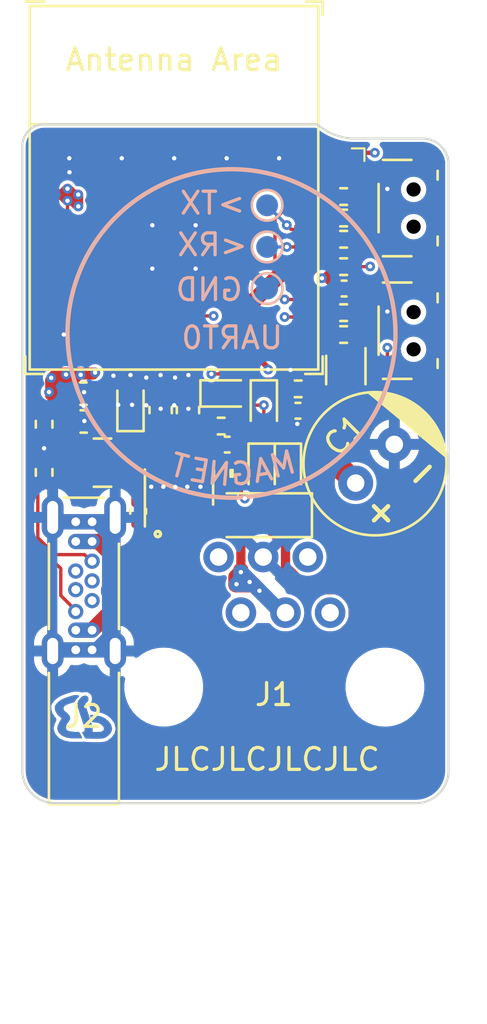
<source format=kicad_pcb>
(kicad_pcb (version 20221018) (generator pcbnew)
  (title_block (title "µHAN mosquito") (date "2023-03-17") (rev "1"))
  (layers (0 "F.Cu" signal) (1 "In1.Cu" signal) (2 "In2.Cu" signal) (31 "B.Cu" signal) (34 "B.Paste" user) (35 "F.Paste" user) (36 "B.SilkS" user "B.Silkscreen") (37 "F.SilkS" user "F.Silkscreen") (38 "B.Mask" user) (39 "F.Mask" user) (44 "Edge.Cuts" user))
  (net 0 "")
  (net 1 "Net-(D2-K)")
  (net 2 "/V_FB")
  (net 3 "GND")
  (net 4 "Net-(U2-BOOST)")
  (net 5 "+3V3")
  (net 6 "/MBUS+")
  (net 7 "Net-(D4-K)")
  (net 8 "Net-(U2-EN)")
  (net 9 "/HAN_SIGNAL")
  (net 10 "/USB_VBUS")
  (net 11 "/USB_P")
  (net 12 "/USB_N")
  (net 13 "/LED_R")
  (net 14 "/LED_G")
  (net 15 "/LED_B")
  (net 16 "/SW_RESET")
  (net 17 "/SW_BOOT")
  (net 18 "Net-(D5-K)")
  (net 19 "Net-(D3-A)")
  (net 24 "Net-(D6-K)")
  (net 25 "Net-(D7-RK)")
  (net 26 "Net-(D7-GK)")
  (net 27 "Net-(D7-BK)")
  (net 28 "Net-(J2-CC1)")
  (net 29 "Net-(J2-CC2)")
  (net 30 "Net-(Q1-B)")
  (net 31 "Net-(Q1-C)")
  (net 32 "Net-(U1-GPIO20{slash}U0RXD)")
  (net 33 "Net-(U1-GPIO21{slash}U0TXD)")
  (footprint "Diode_SMD:D_SOD-523" (layer "F.Cu") (at 79.95 46.76 90)
    (fp_text reference "D4" hide)
    (fp_text value " MSK4005")
  )
  (footprint "mosquito:CKST252012" (layer "F.Cu") (at 78.67 49.35 180)
    (fp_text reference "L1" hide)
    (fp_text value "6.8uH")
  )
  (footprint "Resistor_SMD:R_0402_1005Metric" (layer "F.Cu") (at 84.15 49.84 90)
    (fp_text reference "R2" hide)
    (fp_text value "24k")
  )
  (footprint "Package_TO_SOT_SMD:SOT-23-6" (layer "F.Cu") (at 82.17 50.4625 90)
    (fp_text reference "U2" hide)
    (fp_text value "TP6841S6")
  )
  (footprint "Capacitor_THT:C_Radial_D6.3mm_H7.0mm_P2.50mm" (layer "F.Cu") (at 90.25 50.283883 45)
    (fp_text reference "C1")
    (fp_text value "150u")
  )
  (footprint "Diode_SMD:D_SOD-523" (layer "F.Cu") (at 87.15 49.63 -90)
    (fp_text reference "D3" hide)
    (fp_text value " MSK4005")
  )
  (footprint "Resistor_SMD:R_0402_1005Metric" (layer "F.Cu") (at 89.7 40.4 180)
    (fp_text reference "R12" hide)
    (fp_text value "200k")
  )
  (footprint "Capacitor_SMD:C_0402_1005Metric" (layer "F.Cu") (at 80.3 51.57 90)
    (fp_text reference "C6" hide)
    (fp_text value "100n")
  )
  (footprint "mosquito:TYPE-C-31-M-19" (layer "F.Cu") (at 77.82 64.95 90)
    (fp_text reference "J2")
    (fp_text value "USB_C_Receptacle_USB2.0")
  )
  (footprint "Diode_SMD:D_SOD-123" (layer "F.Cu") (at 86 51.75 180)
    (fp_text reference "D1" hide)
    (fp_text value " AL5809-40S1-7")
  )
  (footprint "Diode_SMD:D_SOD-523" (layer "F.Cu") (at 85.95 49.63 -90)
    (fp_text reference "D2" hide)
    (fp_text value " MSK4005")
  )
  (footprint "Capacitor_SMD:C_0402_1005Metric" (layer "F.Cu") (at 87.61 46.98)
    (fp_text reference "C8" hide)
    (fp_text value "2.2u")
  )
  (footprint "Capacitor_SMD:C_0603_1608Metric" (layer "F.Cu") (at 82.58 46.95 -90)
    (fp_text reference "C3" hide)
    (fp_text value "10u")
  )
  (footprint "Resistor_SMD:R_0402_1005Metric" (layer "F.Cu") (at 89.7 43.5 180)
    (fp_text reference "R8" hide)
    (fp_text value "1M")
  )
  (footprint "Resistor_SMD:R_0402_1005Metric" (layer "F.Cu") (at 87.62 45.98)
    (fp_text reference "R7" hide)
    (fp_text value "1M")
  )
  (footprint "Resistor_SMD:R_0402_1005Metric" (layer "F.Cu") (at 76 47.595 -90)
    (fp_text reference "R10" hide)
    (fp_text value "5.1k")
  )
  (footprint "Diode_SMD:D_SOD-523" (layer "F.Cu") (at 84.3 46.19)
    (fp_text reference "D6" hide)
    (fp_text value "6V8")
  )
  (footprint "Capacitor_SMD:C_0603_1608Metric" (layer "F.Cu") (at 81.33 46.95 -90)
    (fp_text reference "C2" hide)
    (fp_text value "10u")
  )
  (footprint "Diode_SMD:D_SOD-523" (layer "F.Cu") (at 86.05 46.74 -90)
    (fp_text reference "D5" hide)
    (fp_text value " MSK4005")
  )
  (footprint "mosquito:GT-TC018A" (layer "F.Cu") (at 92.9 43.325 -90)
    (fp_text reference "SW2" hide)
    (fp_text value "SW_Push")
  )
  (footprint "Resistor_SMD:R_0402_1005Metric" (layer "F.Cu") (at 89.7 38.18)
    (fp_text reference "R4" hide)
    (fp_text value "330R")
  )
  (footprint "Resistor_SMD:R_0402_1005Metric" (layer "F.Cu") (at 84.1 47.68 180)
    (fp_text reference "R3" hide)
    (fp_text value "1M")
  )
  (footprint "mosquito:GT-TC018A" (layer "F.Cu") (at 92.9 37.725 -90)
    (fp_text reference "SW1" hide)
    (fp_text value "SW_Push")
  )
  (footprint "Resistor_SMD:R_0402_1005Metric" (layer "F.Cu") (at 89.7 42.5)
    (fp_text reference "R9" hide)
    (fp_text value "200k")
  )
  (footprint "Capacitor_SMD:C_0402_1005Metric" (layer "F.Cu") (at 84.375 48.525 180)
    (fp_text reference "C7" hide)
    (fp_text value "100n")
  )
  (footprint "Resistor_SMD:R_0402_1005Metric" (layer "F.Cu") (at 85 49.84 90)
    (fp_text reference "R1" hide)
    (fp_text value "75k")
  )
  (footprint "mosquito:EVERCOM-5303-6P6C" (layer "F.Cu") (at 86.53 58.95)
    (fp_text reference "J1")
    (fp_text value "RJ12")
  )
  (footprint "Capacitor_SMD:C_0402_1005Metric" (layer "F.Cu") (at 89.72 41.4 180)
    (fp_text reference "C9" hide)
    (fp_text value "100n")
  )
  (footprint "Package_TO_SOT_SMD:SOT-523" (layer "F.Cu") (at 89.8 45.12 -90)
    (fp_text reference "Q1" hide)
    (fp_text value "MMBT3906T")
  )
  (footprint "Resistor_SMD:R_0402_1005Metric" (layer "F.Cu") (at 89.7 37.2)
    (fp_text reference "R6" hide)
    (fp_text value "1k")
  )
  (footprint "Resistor_SMD:R_0402_1005Metric" (layer "F.Cu") (at 89.7 39.15)
    (fp_text reference "R5" hide)
    (fp_text value "2.2k")
  )
  (footprint "Capacitor_SMD:C_0603_1608Metric" (layer "F.Cu") (at 77.8 46.2 180)
    (fp_text reference "C5" hide)
    (fp_text value "22u")
  )
  (footprint "Espressif:ESP32-C3-MINI-1" (layer "F.Cu") (at 81.9404 36.8)
    (fp_text reference "U1" hide)
    (fp_text value "ESP32-C3-MINI-1")
  )
  (footprint "mosquito:LED_0404" (layer "F.Cu") (at 89.825 35.825 -90)
    (fp_text reference "D7" hide)
    (fp_text value "FC-B1010RGBT-HG")
  )
  (footprint "Resistor_SMD:R_0402_1005Metric" (layer "F.Cu") (at 76 49.795 90)
    (fp_text reference "R11" hide)
    (fp_text value "5.1k")
  )
  (footprint "Capacitor_SMD:C_0603_1608Metric" (layer "F.Cu") (at 77.81 47.47 180)
    (fp_text reference "C4" hide)
    (fp_text value "22u")
  )
  (footprint "TestPoint:TestPoint_Pad_D1.0mm" (layer "B.Cu") (at 86.2 37.6 90)
    (fp_text reference "TP2" hide)
    (fp_text value "TX")
  )
  (footprint "TestPoint:TestPoint_Pad_D1.0mm" (layer "B.Cu") (at 86.2 39.5 90)
    (fp_text reference "TP1" hide)
    (fp_text value "RX")
  )
  (footprint "TestPoint:TestPoint_Pad_D1.0mm" (layer "B.Cu") (at 86.2 41.4 90)
    (fp_text reference "TP3" hide)
    (fp_text value "GND")
  )
  (gr_poly (pts (xy 78.15052 60.917323) (xy 78.22052 60.917323) (xy 78.36052 60.937323) (xy 78.57052 60.977323) (xy 78.75052 61.057323) (xy 78.91052 61.187323) (xy 79.02052 61.337323) (xy 79.06052 61.497323) (xy 79.03052 61.627323) (xy 78.93052 61.757323) (xy 78.78052 61.867323) (xy 78.68052 61.897323) (xy 78.54052 61.907323) (xy 78.22052 61.907323) (xy 77.91052 61.897323) (xy 77.79052 61.687323) (xy 77.85052 61.667323) (xy 77.90052 61.607323) (xy 77.90052 61.487323) (xy 77.84052 61.277323) (xy 77.79052 61.127323) (xy 77.73052 60.947323) (xy 77.68052 60.807323) (xy 77.62052 60.607323) (xy 77.58052 60.467323) (xy 77.57052 60.347323) (xy 77.60052 60.247323) (xy 77.68052 60.147323) (xy 77.76052 60.067323) (xy 77.84052 60.037323) (xy 77.92052 60.037323) (xy 77.97052 60.077323) (xy 77.98052 60.147323) (xy 77.97052 60.207323) (xy 77.95052 60.237323) (xy 77.92052 60.267323) (xy 77.88052 60.287323) (xy 77.85052 60.317323) (xy 77.84052 60.377323) (xy 77.87052 60.517323) (xy 77.98052 60.857323) (xy 78.05052 61.067323) (xy 78.11052 61.247323) (xy 78.16052 61.417323) (xy 78.17052 61.537323) (xy 78.17052 61.697323) (xy 78.42052 61.697323) (xy 78.61052 61.687323) (xy 78.73052 61.627323) (xy 78.77052 61.567323) (xy 78.78052 61.507323) (xy 78.78052 61.447323) (xy 78.74052 61.367323) (xy 78.68052 61.307323) (xy 78.62052 61.257323) (xy 78.53052 61.207323) (xy 78.49052 61.187323) (xy 78.35052 61.167323) (xy 78.23052 61.157323)) (stroke (width 0.1001)) (fill solid) (layer "B.Cu"))
  (gr_poly (pts (xy 77.68552 61.893923) (xy 77.57552 61.693923) (xy 77.40552 61.693923) (xy 77.15552 61.663923) (xy 77.06552 61.633923) (xy 76.98552 61.573923) (xy 76.94552 61.453923) (xy 76.96552 61.343923) (xy 77.02552 61.223923) (xy 77.07552 61.163923) (xy 77.14552 61.053923) (xy 77.12552 60.933923) (xy 77.02552 60.813923) (xy 76.93552 60.753923) (xy 76.86552 60.683923) (xy 76.83552 60.573923) (xy 76.86552 60.463923) (xy 76.90552 60.423923) (xy 76.96552 60.383923) (xy 77.10552 60.323923) (xy 77.25552 60.273923) (xy 77.35552 60.253923) (xy 77.396418 60.173923) (xy 77.46552 60.093923) (xy 77.54552 60.013923) (xy 77.49552 60.013923) (xy 77.39552 60.013923) (xy 77.33552 60.023923) (xy 77.16552 60.073923) (xy 76.93552 60.153923) (xy 76.74552 60.253923) (xy 76.61552 60.363923) (xy 76.53552 60.483923) (xy 76.53552 60.583923) (xy 76.56552 60.693923) (xy 76.64552 60.823923) (xy 76.73552 60.913923) (xy 76.78552 60.953923) (xy 76.84552 60.993923) (xy 76.85552 61.023923) (xy 76.73552 61.233923) (xy 76.67552 61.363923) (xy 76.64552 61.483923) (xy 76.68552 61.613923) (xy 76.73552 61.683923) (xy 76.83552 61.773923) (xy 77.01552 61.853923) (xy 77.24552 61.893923)) (stroke (width 0.1001)) (fill solid) (layer "B.Cu"))
  (gr_circle (center 84.57 43.45) (end 92.07 43.45) (stroke (width 0.2)) (fill none) (layer "B.SilkS"))
  (gr_line (start 91.95 46.27) (end 94.0875 48.0325) (stroke (width 0.15)) (layer "F.SilkS"))
  (gr_line (start 92.6 46.52) (end 93.8125 47.5575) (stroke (width 0.15)) (layer "F.SilkS"))
  (gr_line (start 91.3 46.195) (end 94.3125 48.6825) (stroke (width 0.15)) (layer "F.SilkS"))
  (gr_line (start 91.1 46.17) (end 94.3125 48.8325) (stroke (width 0.15)) (layer "F.SilkS"))
  (gr_line (start 90.8875 46.1575) (end 94.3625 49.0325) (stroke (width 0.15)) (layer "F.SilkS"))
  (gr_line (start 91.725 46.245) (end 94.1625 48.2575) (stroke (width 0.15)) (layer "F.SilkS"))
  (gr_line (start 91.5 46.195) (end 94.2625 48.4825) (stroke (width 0.15)) (layer "F.SilkS"))
  (gr_line (start 92.25 46.37) (end 93.9625 47.8075) (stroke (width 0.15)) (layer "F.SilkS"))
  (gr_circle (center 81.2 52.61) (end 81.24 52.64) (stroke (width 0.15)) (fill none) (layer "F.SilkS"))
  (gr_arc (start 90.2 34.55) (mid 89.29152 34.377948) (end 88.5 33.9) (stroke (width 0.1)) (layer "Edge.Cuts"))
  (gr_line (start 94.5 35.6) (end 94.5 63.4) (stroke (width 0.1)) (layer "Edge.Cuts"))
  (gr_arc (start 94.5 63.4) (mid 94.06066 64.46066) (end 93 64.9) (stroke (width 0.1)) (layer "Edge.Cuts"))
  (gr_arc (start 75 34.9) (mid 75.292893 34.192893) (end 76 33.9) (stroke (width 0.1)) (layer "Edge.Cuts"))
  (gr_arc (start 93.35 34.55) (mid 94.119379 34.862109) (end 94.5 35.6) (stroke (width 0.1)) (layer "Edge.Cuts"))
  (gr_line (start 93.35 34.55) (end 90.2 34.55) (stroke (width 0.1)) (layer "Edge.Cuts"))
  (gr_line (start 93 64.9) (end 76.5 64.9) (stroke (width 0.1)) (layer "Edge.Cuts"))
  (gr_line (start 75 34.9) (end 75 63.4) (stroke (width 0.1)) (layer "Edge.Cuts"))
  (gr_arc (start 76.5 64.9) (mid 75.43934 64.46066) (end 75 63.4) (stroke (width 0.1)) (layer "Edge.Cuts"))
  (gr_line (start 76 33.9) (end 88.5 33.9) (stroke (width 0.1)) (layer "Edge.Cuts"))
  (gr_text "G" (at 85.06 49.85 5) (layer "B.SilkS") (effects (font (size 1 1)) (justify mirror)))
  (gr_text ">TX" (at 83.7 37.5) (layer "B.SilkS") (effects (font (size 1 1)) (justify mirror)))
  (gr_text "A" (at 86 49.7 10) (layer "B.SilkS") (effects (font (size 1 1)) (justify mirror)))
  (gr_text "N" (at 84.01 49.86 -5) (layer "B.SilkS") (effects (font (size 1 1)) (justify mirror)))
  (gr_text "E" (at 83.11 49.73 -10) (layer "B.SilkS") (effects (font (size 1 1)) (justify mirror)))
  (gr_text "UART0" (at 84.6 43.65) (layer "B.SilkS") (effects (font (size 1 1)) (justify mirror)))
  (gr_text "M" (at 86.91 49.43 15) (layer "B.SilkS") (effects (font (size 1 1)) (justify mirror)))
  (gr_text "<RX" (at 83.7 39.4) (layer "B.SilkS") (effects (font (size 1 1)) (justify mirror)))
  (gr_text "GND" (at 83.55 41.45) (layer "B.SilkS") (effects (font (size 1 1)) (justify mirror)))
  (gr_text "T" (at 82.19 49.51 -15) (layer "B.SilkS") (effects (font (size 1 1)) (justify mirror)))
  (gr_text "+" (at 91.35 51.6 45) (layer "F.SilkS") (effects (font (size 1.2 1.2) (thickness 0.2))))
  (gr_text "-" (at 93.25 49.8 45) (layer "F.SilkS") (effects (font (size 1.2 1.2) (thickness 0.2))))
  (gr_text "JLCJLCJLCJLC" (at 86.2 62.9) (layer "F.SilkS") (effects (font (size 1 1))))
  (segment (start 85.341 47.964195) (end 85.341 47.9) (width 0.5588) (layer "F.Cu") (net 1))
  (segment (start 82.17 49.325) (end 82.17 48.12) (width 0.6) (layer "F.Cu") (net 1))
  (segment (start 85.3156 47.8746) (end 85.3156 47.2744) (width 0.508) (layer "F.Cu") (net 1))
  (segment (start 85.95 48.93) (end 87.15 48.93) (width 0.5588) (layer "F.Cu") (net 1))
  (segment (start 84.0916 46.9584) (end 84.1084 46.9584) (width 0.6) (layer "F.Cu") (net 1))
  (segment (start 86.0552 48.1076) (end 86.402405 48.454805) (width 0.508) (layer "F.Cu") (net 1))
  (segment (start 82.17 47.94) (end 82.17 47.79) (width 0.6) (layer "F.Cu") (net 1))
  (segment (start 85.95 48.93) (end 85.95 48.573195) (width 0.5588) (layer "F.Cu") (net 1))
  (segment (start 85.5486 48.1076) (end 85.341 47.9) (width 0.508) (layer "F.Cu") (net 1))
  (segment (start 81.33 47.84) (end 81.33 47.725) (width 0.6) (layer "F.Cu") (net 1))
  (segment (start 82.235 47.725) (end 82.58 47.725) (width 0.6) (layer "F.Cu") (net 1))
  (segment (start 82.17 49.325) (end 82.17 48.68) (width 0.6) (layer "F.Cu") (net 1))
  (segment (start 84.9996 46.9584) (end 85.047267 46.9584) (width 0.6) (layer "F.Cu") (net 1))
  (segment (start 85.2816 47.272733) (end 85.2816 47.875662) (width 0.6) (layer "F.Cu") (net 1))
  (segment (start 82.17 47.79) (end 82.235 47.725) (width 0.6) (layer "F.Cu") (net 1))
  (segment (start 85.341 47.9) (end 85.3444 47.9) (width 0.508) (layer "F.Cu") (net 1))
  (segment (start 83.3418 47.725) (end 84.1084 46.9584) (width 0.6) (layer "F.Cu") (net 1))
  (segment (start 82.58 47.725) (end 83.625 47.725) (width 0.4572) (layer "F.Cu") (net 1))
  (segment (start 84.967267 46.9584) (end 85.2816 47.272733) (width 0.6) (layer "F.Cu") (net 1))
  (segment (start 85.95 48.573195) (end 86.793195 48.573195) (width 0.5588) (layer "F.Cu") (net 1))
  (segment (start 82.17 48.68) (end 83.125 47.725) (width 0.6) (layer "F.Cu") (net 1))
  (segment (start 82.17 48.68) (end 81.33 47.84) (width 0.6) (layer "F.Cu") (net 1))
  (segment (start 82.831 47.725) (end 82.58 47.725) (width 0.6) (layer "F.Cu") (net 1))
  (segment (start 85.047267 46.9584) (end 85.2984 47.209533) (width 0.6) (layer "F.Cu") (net 1))
  (segment (start 85.4526 48.1076) (end 86.0552 48.1076) (width 0.508) (layer "F.Cu") (net 1))
  (segment (start 85.341 47.2998) (end 85.341 47.9) (width 0.508) (layer "F.Cu") (net 1))
  (segment (start 85.95 48.573195) (end 85.341 47.964195) (width 0.5588) (layer "F.Cu") (net 1))
  (segment (start 85.3444 47.9994) (end 85.4526 48.1076) (width 0.508) (layer "F.Cu") (net 1))
  (segment (start 85.3444 47.9) (end 85.3444 47.9994) (width 0.508) (layer "F.Cu") (net 1))
  (segment (start 83.5976 46.9584) (end 82.831 47.725) (width 0.6) (layer "F.Cu") (net 1))
  (segment (start 84.8916 46.9584) (end 84.9996 46.9584) (width 0.6) (layer "F.Cu") (net 1))
  (segment (start 81.775 47.725) (end 82.17 48.12) (width 0.6) (layer "F.Cu") (net 1))
  (segment (start 85.2816 47.875662) (end 85.359338 47.9534) (width 0.6) (layer "F.Cu") (net 1))
  (segment (start 86.793195 48.573195) (end 87.15 48.93) (width 0.5588) (layer "F.Cu") (net 1))
  (segment (start 81.955 47.725) (end 82.17 47.94) (width 0.6) (layer "F.Cu") (net 1))
  (segment (start 86.402405 48.454805) (end 86.402405 48.573195) (width 0.508) (layer "F.Cu") (net 1))
  (segment (start 84.1084 46.9584) (end 84.8916 46.9584) (width 0.6) (layer "F.Cu") (net 1))
  (segment (start 85.341 47.9) (end 85.3156 47.8746) (width 0.508) (layer "F.Cu") (net 1))
  (segment (start 81.42 47.725) (end 82.235 47.725) (width 0.6) (layer "F.Cu") (net 1))
  (segment (start 86.402405 48.573195) (end 88.539312 48.573195) (width 1) (layer "F.Cu") (net 1))
  (segment (start 81.42 47.725) (end 81.955 47.725) (width 0.6) (layer "F.Cu") (net 1))
  (segment (start 83.125 47.725) (end 83.3418 47.725) (width 0.6) (layer "F.Cu") (net 1))
  (segment (start 84.8916 46.9584) (end 84.967267 46.9584) (width 0.6) (layer "F.Cu") (net 1))
  (segment (start 83.5976 46.9584) (end 84.0916 46.9584) (width 0.6) (layer "F.Cu") (net 1))
  (segment (start 88.539312 48.573195) (end 90.25 50.283883) (width 1) (layer "F.Cu") (net 1))
  (segment (start 85.3156 47.2744) (end 85.341 47.2998) (width 0.508) (layer "F.Cu") (net 1))
  (segment (start 86.0552 48.1076) (end 85.5486 48.1076) (width 0.508) (layer "F.Cu") (net 1))
  (segment (start 82.17 48.12) (end 82.17 47.94) (width 0.6) (layer "F.Cu") (net 1))
  (segment (start 81.42 47.725) (end 81.775 47.725) (width 0.6) (layer "F.Cu") (net 1))
  (segment (start 84.41 50.04) (end 84.1 50.35) (width 0.2032) (layer "F.Cu") (net 2))
  (segment (start 83.12 51.33) (end 84.1 50.35) (width 0.2032) (layer "F.Cu") (net 2))
  (segment (start 85 49.33) (end 85 49.45) (width 0.2032) (layer "F.Cu") (net 2))
  (segment (start 84.41 50.04) (end 84.83 49.62) (width 0.2032) (layer "F.Cu") (net 2))
  (segment (start 83.12 51.6) (end 83.12 51.33) (width 0.2032) (layer "F.Cu") (net 2))
  (segment (start 85 49.45) (end 84.41 50.04) (width 0.2032) (layer "F.Cu") (net 2))
  (segment (start 80.88 46.89) (end 80.72 46.73) (width 0.3556) (layer "F.Cu") (net 3))
  (segment (start 76 49.285) (end 76 48.695) (width 0.1524) (layer "F.Cu") (net 3))
  (segment (start 78.565 45.985) (end 78.9247 45.6253) (width 0.3556) (layer "F.Cu") (net 3))
  (segment (start 84.1 49.28) (end 84.855 48.525) (width 0.2032) (layer "F.Cu") (net 3))
  (segment (start 79.17 45.38) (end 79.17 45.17) (width 0.3048) (layer "F.Cu") (net 3))
  (segment (start 83.9154 39.5) (end 81.9404 37.525) (width 0.4064) (layer "F.Cu") (net 3))
  (segment (start 90.21 41.41) (end 90.2 41.4) (width 0.1524) (layer "F.Cu") (net 3))
  (segment (start 79.025 45.025) (end 79.025 45.525) (width 0.3048) (layer "F.Cu") (net 3))
  (segment (start 78.55 46.75) (end 78.575 46.775) (width 0.3556) (layer "F.Cu") (net 3))
  (segment (start 81.9404 35.4404) (end 81.95 35.45) (width 0.4064) (layer "F.Cu") (net 3))
  (segment (start 82.6 46.89) (end 80.88 46.89) (width 0.3556) (layer "F.Cu") (net 3))
  (segment (start 78.9678 45.6684) (end 82.6 45.6684) (width 0.3556) (layer "F.Cu") (net 3))
  (segment (start 78.25 46.75) (end 78.565 46.435) (width 0.3556) (layer "F.Cu") (net 3))
  (segment (start 76.0404 35.5) (end 77.1 35.5) (width 0.4064) (layer "F.Cu") (net 3))
  (segment (start 81.9404 41.475) (end 83.9154 39.5) (width 0.4064) (layer "F.Cu") (net 3))
  (segment (start 81.9404 39.5) (end 83.9154 37.525) (width 0.4064) (layer "F.Cu") (net 3))
  (segment (start 82.6 46.89) (end 82.57 46.89) (width 0.3556) (layer "F.Cu") (net 3))
  (segment (start 78.11 46.53) (end 78.11 47.16) (width 0.4572) (layer "F.Cu") (net 3))
  (segment (start 77.94 46.13) (end 78.12 45.95) (width 0.4572) (layer "F.Cu") (net 3))
  (segment (start 76.59 52.05) (end 76.39 51.85) (width 0.7) (layer "F.Cu") (net 3))
  (segment (start 82.6 45.35) (end 82.6 46.155) (width 0.4572) (layer "F.Cu") (net 3))
  (segment (start 87.58 47.58) (end 87.58 47.43) (width 0.1524) (layer "F.Cu") (net 3))
  (segment (start 77.83 47.44) (end 78.06 47.67) (width 0.4572) (layer "F.Cu") (net 3))
  (segment (start 78.11 47.16) (end 77.83 47.44) (width 0.4572) (layer "F.Cu") (net 3))
  (segment (start 78.565 46.435) (end 78.565 46.13) (width 0.3556) (layer "F.Cu") (net 3))
  (segment (start 79.5404 34.6) (end 79.5404 35.4404) (width 0.4064) (layer "F.Cu") (net 3))
  (segment (start 81.9404 39.5) (end 79.9654 37.525) (width 0.4064) (layer "F.Cu") (net 3))
  (segment (start 84.3404 35.4404) (end 84.35 35.45) (width 0.4064) (layer "F.Cu") (net 3))
  (segment (start 78.385 47.67) (end 78.585 47.47) (width 0.4572) (layer "F.Cu") (net 3))
  (segment (start 77.83 46.13) (end 78.01 45.95) (width 0.4572) (layer "F.Cu") (net 3))
  (segment (start 77.83 46.13) (end 77.83 46.25) (width 0.4572) (layer "F.Cu") (net 3))
  (segment (start 81.9404 34.6) (end 81.9404 35.4404) (width 0.4064) (layer "F.Cu") (net 3))
  (segment (start 82.6 46.155) (end 82.58 46.175) (width 0.3556) (layer "F.Cu") (net 3))
  (segment (start 78.415 47.45) (end 78.575 47.29) (width 0.3556) (layer "F.Cu") (net 3))
  (segment (start 81.9912 46.101) (end 81.9172 46.175) (width 0.3556) (layer "F.Cu") (net 3))
  (segment (start 77.445 52.05) (end 76.59 52.05) (width 0.7) (layer "F.Cu") (net 3))
  (segment (start 91.7 36.85) (end 91.7 36.05) (width 0.1524) (layer "F.Cu") (net 3))
  (segment (start 79.05 45.05) (end 79.38 45.38) (width 0.3048) (layer "F.Cu") (net 3))
  (segment (start 77.8 47.45) (end 77.8 46.1) (width 0.3556) (layer "F.Cu") (net 3))
  (segment (start 81.9912 45.466) (end 81.9912 46.101) (width 0.3556) (layer "F.Cu") (net 3))
  (segment (start 78.61 46.175) (end 78.565 46.13) (width 0.6) (layer "F.Cu") (net 3))
  (segment (start 78.12 45.95) (end 78.385 45.95) (width 0.4572) (layer "F.Cu") (net 3))
  (segment (start 81.4 46.155) (end 81.42 46.175) (width 0.3556) (layer "F.Cu") (net 3))
  (segment (start 81.4 45.35) (end 81.4 46.155) (width 0.3556) (layer "F.Cu") (net 3))
  (segment (start 77.1404 34.6) (end 87.8404 34.6) (width 0.4064) (layer "F.Cu") (net 3))
  (segment (start 81.9404 39.5) (end 83.9154 41.475) (width 0.4064) (layer "F.Cu") (net 3))
  (segment (start 82.7 50.45) (end 80.9 50.45) (width 0.7) (layer "F.Cu") (net 3))
  (segment (start 76 48.695) (end 76 48.105) (width 0.1524) (layer "F.Cu") (net 3))
  (segment (start 79.155 46.71) (end 78.575 47.29) (width 0.4572) (layer "F.Cu") (net 3))
  (segment (start 81.64 50.45) (end 82.17 50.98) (width 0.6) (layer "F.Cu") (net 3))
  (segment (start 76.53 36.3) (end 76.74 36.09) (width 0.4064) (layer "F.Cu") (net 3))
  (segment (start 79.39 46.71) (end 82.045 46.71) (width 0.4572) (layer "F.Cu") (net 3))
  (segment (start 76.0404 43.5) (end 76.9 43.5) (width 0.4064) (layer "F.Cu") (net 3))
  (segment (start 78.195 52.05) (end 79.05 52.05) (width 0.7) (layer "F.Cu") (net 3))
  (segment (start 90.26 42.45) (end 90.21 42.5) (width 0.1524) (layer "F.Cu") (net 3))
  (segment (start 78.95 44.95) (end 78.7404 44.7404) (width 0.3048) (layer "F.Cu") (net 3))
  (segment (start 79.96 45.33) (end 79.95 45.32) (width 0.3556) (layer "F.Cu") (net 3))
  (segment (start 80.698 45.4682) (end 80.698 46.175) (width 0.3556) (layer "F.Cu") (net 3))
  (segment (start 78.575 46.14) (end 78.565 46.13) (width 0.6) (layer "F.Cu") (net 3))
  (segment (start 77.1404 35.4404) (end 77.15 35.45) (width 0.4064) (layer "F.Cu") (net 3))
  (segment (start 78.9247 45.6253) (end 79.025 45.525) (width 0.3556) (layer "F.Cu") (net 3))
  (segment (start 83.2 50.45) (end 83.68 49.97) (width 0.2032) (layer "F.Cu") (net 3))
  (segment (start 82.17 50.98) (end 82.7 50.45) (width 0.6) (layer "F.Cu") (net 3))
  (segment (start 87.58 47.43) (end 87.13 46.98) (width 0.1524) (layer "F.Cu") (net 3))
  (segment (start 79.96 45.98) (end 79.96 45.33) (width 0.3556) (layer "F.Cu") (net 3))
  (segment (start 82.2175 46.5375) (end 82.58 46.175) (width 0.4572) (layer "F.Cu") (net 3))
  (segment (start 77.83 46.13) (end 77.94 46.13) (width 0.4572) (layer "F.Cu") (net 3))
  (segment (start 83.68 49.97) (end 83.68 49.75) (width 0.2032) (layer "F.Cu") (net 3))
  (segment (start 79.025 45.525) (end 79.17 45.38) (width 0.3556) (layer "F.Cu") (net 3))
  (segment (start 82.17 51.6) (end 82.17 50.98) (width 0.6) (layer "F.Cu") (net 3))
  (segment (start 78.25 46.75) (end 78.55 46.75) (width 0.3556) (layer "F.Cu") (net 3))
  (segment (start 77.445 57.9) (end 76.44 57.9) (width 0.7) (layer "F.Cu") (net 3))
  (segment (start 78.64 46.71) (end 78.575 46.775) (width 0.4572) (layer "F.Cu") (net 3))
  (segment (start 77.8 46.75) (end 78.25 46.75) (width 0.3556) (layer "F.Cu") (net 3))
  (segment (start 78.575 46.775) (end 78.575 46.14) (width 0.6) (layer "F.Cu") (net 3))
  (segment (start 79.38 45.38) (end 79.48 45.38) (width 0.3048) (layer "F.Cu") (net 3))
  (segment (start 90.21 42.5) (end 90.21 41.41) (width 0.1524) (layer "F.Cu") (net 3))
  (segment (start 81.93 34.6104) (end 81.9404 34.6) (width 0.4064) (layer "F.Cu") (net 3))
  (segment (start 84.1 49.33) (end 84.1 49.28) (width 0.2032) (layer "F.Cu") (net 3))
  (segment (start 77.83 46.25) (end 78.11 46.53) (width 0.4572) (layer "F.Cu") (net 3))
  (segment (start 79.9654 39.5) (end 81.9404 41.475) (width 0.4064) (layer "F.Cu") (net 3))
  (segment (start 82.6 45.35) (end 79.2 45.35) (width 0.4572) (layer "F.Cu") (net 3))
  (segment (start 78.565 46.13) (end 78.565 45.985) (width 0.3556) (layer "F.Cu") (net 3))
  (segment (start 78.565 46.13) (end 77.83 46.13) (width 0.3556) (layer "F.Cu") (net 3))
  (segment (start 78.195 57.9) (end 79.2 57.9) (width 0.7) (layer "F.Cu") (net 3))
  (segment (start 80.6958 45.466) (end 80.698 45.4682) (width 0.3556) (layer "F.Cu") (net 3))
  (segment (start 87.8404 34.6) (end 87.8904 34.55) (width 0.4064) (layer "F.Cu") (net 3))
  (segment (start 79.2 45.35) (end 79.17 45.38) (width 0.4572) (layer "F.Cu") (net 3))
  (segment (start 79.135 45.415) (end 79.17 45.38) (width 0.3556) (layer "F.Cu") (net 3))
  (segment (start 76.0404 34.6) (end 75.9904 34.55) (width 0.4064) (layer "F.Cu") (net 3))
  (segment (start 78.575 47.29) (end 78.575 46.775) (width 0.6) (layer "F.Cu") (net 3))
  (segment (start 81.9172 46.175) (end 80.698 46.175) (width 0.7) (layer "F.Cu") (net 3))
  (segment (start 76.0404 36.3) (end 76.0404 35.5) (width 0.4064) (layer "F.Cu") (net 3))
  (segment (start 76.44 57.9) (end 76.39 57.95) (width 0.7) (layer "F.Cu") (net 3))
  (segment (start 77.1 35.5) (end 77.15 35.45) (width 0.4064) (layer "F.Cu") (net 3))
  (segment (start 79.2 57.9) (end 79.25 57.95) (width 0.7) (layer "F.Cu") (net 3))
  (segment (start 76.74 36.09) (end 77.16 36.09) (width 0.4064) (layer "F.Cu") (net 3))
  (segment (start 78.385 45.95) (end 78.565 46.13) (width 0.4572) (layer "F.Cu") (net 3))
  (segment (start 80.698 46.175) (end 78.61 46.175) (width 0.7) (layer "F.Cu") (net 3))
  (segment (start 87.8904 44.45) (end 87.8904 44.4996) (width 0.3048) (layer "F.Cu") (net 3))
  (segment (start 79.5404 35.4404) (end 79.55 35.45) (width 0.4064) (layer "F.Cu") (net 3))
  (segment (start 83.68 49.75) (end 84.1 49.33) (width 0.2032) (layer "F.Cu") (net 3))
  (segment (start 83.15 50.45) (end 82.7 50.45) (width 0.7) (layer "F.Cu") (net 3))
  (segment (start 77.83 46.13) (end 77.8 46.1) (width 0.3556) (layer "F.Cu") (net 3))
  (segment (start 77.1404 34.6) (end 76.0404 34.6) (width 0.4064) (layer "F.Cu") (net 3))
  (segment (start 79.05 45.05) (end 78.95 44.95) (width 0.3048) (layer "F.Cu") (net 3))
  (segment (start 82.6 45.35) (end 82.6 46.89) (width 0.3556) (layer "F.Cu") (net 3))
  (segment (start 78.06 47.67) (end 78.385 47.67) (width 0.4572) (layer "F.Cu") (net 3))
  (segment (start 91.7 42.45) (end 91.7 41.65) (width 0.1524) (layer "F.Cu") (net 3))
  (segment (start 79.17 45.17) (end 79.05 45.05) (width 0.3048) (layer "F.Cu") (net 3))
  (segment (start 79.39 46.71) (end 78.64 46.71) (width 0.4572) (layer "F.Cu") (net 3))
  (segment (start 81.45 50.45) (end 81.64 50.45) (width 0.6) (layer "F.Cu") (net 3))
  (segment (start 79.48 45.38) (end 82.57 45.38) (width 0.3556) (layer "F.Cu") (net 3))
  (segment (start 87.13 47.13) (end 87.58 47.58) (width 0.1524) (layer "F.Cu") (net 3))
  (segment (start 86.7404 35.4404) (end 86.75 35.45) (width 0.4064) (layer "F.Cu") (net 3))
  (segment (start 78.01 45.95) (end 78.12 45.95) (width 0.4572) (layer "F.Cu") (net 3))
  (segment (start 91.7 42.45) (end 90.26 42.45) (width 0.1524) (layer "F.Cu") (net 3))
  (segment (start 87.13 46.98) (end 87.13 47.13) (width 0.1524) (layer "F.Cu") (net 3))
  (segment (start 82.57 46.89) (end 82.2175 46.5375) (width 0.3556) (layer "F.Cu") (net 3))
  (segment (start 77.1404 34.6) (end 77.1404 35.4404) (width 0.4064) (layer "F.Cu") (net 3))
  (segment (start 82.045 46.71) (end 82.2175 46.5375) (width 0.4572) (layer "F.Cu") (net 3))
  (segment (start 76.0404 36.3) (end 76.53 36.3) (width 0.4064) (layer "F.Cu") (net 3))
  (segment (start 77.8 47.45) (end 78.415 47.45) (width 0.3556) (layer "F.Cu") (net 3))
  (segment (start 79.17 45.38) (end 79.48 45.38) (width 0.3556) (layer "F.Cu") (net 3))
  (segment (start 84.3404 34.6) (end 84.3404 35.4404) (width 0.4064) (layer "F.Cu") (net 3))
  (segment (start 87.8904 44.4996) (end 87.27 45.12) (width 0.3048) (layer "F.Cu") (net 3))
  (segment (start 78.9247 45.6253) (end 78.9678 45.6684) (width 0.3556) (layer "F.Cu") (net 3))
  (segment (start 79.9654 41.475) (end 81.9404 39.5) (width 0.4064) (layer "F.Cu") (net 3))
  (segment (start 76.0404 43.5) (end 76.0404 44.4) (width 0.4064) (layer "F.Cu") (net 3))
  (segment (start 79.135 46.175) (end 79.135 45.415) (width 0.3556) (layer "F.Cu") (net 3))
  (segment (start 82.58 46.175) (end 81.9172 46.175) (width 0.7) (layer "F.Cu") (net 3))
  (segment (start 77.445 52.05) (end 78.195 52.05) (width 0.7) (layer "F.Cu") (net 3))
  (segment (start 76.0404 44.4) (end 75.9904 44.45) (width 0.4064) (layer "F.Cu") (net 3))
  (segment (start 82.57 45.38) (end 82.6 45.35) (width 0.3556) (layer "F.Cu") (net 3))
  (segment (start 79.05 52.05) (end 79.25 51.85) (width 0.7) (layer "F.Cu") (net 3))
  (segment (start 82.6 45.6684) (end 82.6 46.155) (width 0.3556) (layer "F.Cu") (net 3))
  (segment (start 77.445 57.9) (end 78.195 57.9) (width 0.7) (layer "F.Cu") (net 3))
  (segment (start 79.135 46.175) (end 78.61 46.175) (width 0.6) (layer "F.Cu") (net 3))
  (segment (start 79.9654 39.5) (end 81.9404 37.525) (width 0.4064) (layer "F.Cu") (net 3))
  (segment (start 79.39 46.71) (end 79.155 46.71) (width 0.4572) (layer "F.Cu") (net 3))
  (segment (start 78.7404 44.7404) (end 78.7404 44.4) (width 0.3048) (layer "F.Cu") (net 3))
  (segment (start 78.95 44.95) (end 79.025 45.025) (width 0.3048) (layer "F.Cu") (net 3))
  (segment (start 76.0404 35.5) (end 76.0404 34.6) (width 0.4064) (layer "F.Cu") (net 3))
  (segment (start 86.7404 34.6) (end 86.7404 35.4404) (width 0.4064) (layer "F.Cu") (net 3))
  (via (at 77.16 36.09) (size 0.45) (drill 0.2) (layers "F.Cu" "B.Cu") (net 3))
  (via (at 77.84 47.45) (size 0.45) (drill 0.2) (layers "F.Cu" "B.Cu") (net 3))
  (via (at 81.9912 45.466) (size 0.45) (drill 0.2) (layers "F.Cu" "B.Cu") (net 3))
  (via (at 82.6 45.35) (size 0.45) (drill 0.2) (layers "F.Cu" "B.Cu") (net 3))
  (via (at 87.27 45.12) (size 0.45) (drill 0.2) (layers "F.Cu" "B.Cu") (net 3))
  (via (at 82.93 40.49) (size 0.45) (drill 0.2) (layers "F.Cu" "B.Cu") (net 3))
  (via (at 77.83 46.13) (size 0.45) (drill 0.2) (layers "F.Cu" "B.Cu") (net 3))
  (via (at 79.55 35.45) (size 0.45) (drill 0.2) (layers "F.Cu" "B.Cu") (net 3))
  (via (at 79.17 45.38) (size 0.45) (drill 0.2) (layers "F.Cu" "B.Cu") (net 3))
  (via (at 80.9 50.45) (size 0.45) (drill 0.2) (layers "F.Cu" "B.Cu") (net 3))
  (via (at 80.95 40.49) (size 0.45) (drill 0.2) (layers "F.Cu" "B.Cu") (net 3))
  (via (at 82.93 38.51) (size 0.45) (drill 0.2) (layers "F.Cu" "B.Cu") (net 3))
  (via (at 81.95 46.73) (size 0.45) (drill 0.2) (layers "F.Cu" "B.Cu") (net 3))
  (via (at 80.025 46.71) (size 0.45) (drill 0.2) (layers "F.Cu" "B.Cu") (net 3))
  (via (at 77.15 35.45) (size 0.45) (drill 0.2) (layers "F.Cu" "B.Cu") (net 3))
  (via (at 80.95 38.51) (size 0.45) (drill 0.2) (layers "F.Cu" "B.Cu") (net 3))
  (via (at 81.33 46.89) (size 0.45) (drill 0.2) (layers "F.Cu" "B.Cu") (net 3))
  (via (at 81.95 35.45) (size 0.45) (drill 0.2) (layers "F.Cu" "B.Cu") (net 3))
  (via (at 82.55 50.45) (size 0.45) (drill 0.2) (layers "F.Cu" "B.Cu") (net 3))
  (via (at 77.8 46.75) (size 0.45) (drill 0.2) (layers "F.Cu" "B.Cu") (net 3))
  (via (at 76 48.695) (size 0.45) (drill 0.2) (layers "F.Cu" "B.Cu") (net 3))
  (via (at 79.95 45.35) (size 0.45) (drill 0.2) (layers "F.Cu" "B.Cu") (net 3))
  (via (at 81.325 45.35) (size 0.45) (drill 0.2) (layers "F.Cu" "B.Cu") (net 3))
  (via (at 76.9 43.5) (size 0.45) (drill 0.2) (layers "F.Cu" "B.Cu") (net 3))
  (via (at 86.75 35.45) (size 0.45) (drill 0.2) (layers "F.Cu" "B.Cu") (net 3))
  (via (at 91.7 42.45) (size 0.45) (drill 0.2) (layers "F.Cu" "B.Cu") (net 3))
  (via (at 80.675 45.466) (size 0.45) (drill 0.2) (layers "F.Cu" "B.Cu") (net 3))
  (via (at 84.35 35.45) (size 0.45) (drill 0.2) (layers "F.Cu" "B.Cu") (net 3))
  (via (at 87.58 47.58) (size 0.45) (drill 0.2) (layers "F.Cu" "B.Cu") (net 3))
  (via (at 79.39 46.71) (size 0.45) (drill 0.2) (layers "F.Cu" "B.Cu") (net 3))
  (via (at 82 50.4625) (size 0.45) (drill 0.2) (layers "F.Cu" "B.Cu") (net 3))
  (via (at 81.45 50.45) (size 0.45) (drill 0.2) (layers "F.Cu" "B.Cu") (net 3))
  (via (at 83.15 50.45) (size 0.45) (drill 0.2) (layers "F.Cu" "B.Cu") (net 3))
  (via (at 80.675 46.73) (size 0.45) (drill 0.2) (layers "F.Cu" "B.Cu") (net 3))
  (via (at 91.7 36.85) (size 0.45) (drill 0.2) (layers "F.Cu" "B.Cu") (net 3))
  (via (at 82.6 46.89) (size 0.45) (drill 0.2) (layers "F.Cu" "B.Cu") (net 3))
  (segment (start 78.195 57.9) (end 78.428634 57.9) (width 0.7) (layer "B.Cu") (net 3))
  (segment (start 76.59 52.05) (end 76.39 51.85) (width 0.7) (layer "B.Cu") (net 3))
  (segment (start 78.9966 52.617966) (end 78.428634 52.05) (width 0.7) (layer "B.Cu") (net 3))
  (segment (start 77.445 52.05) (end 76.59 52.05) (width 0.7) (layer "B.Cu") (net 3))
  (segment (start 77.445 52.05) (end 78.195 52.05) (width 0.7) (layer "B.Cu") (net 3))
  (segment (start 78.428634 57.9) (end 78.9966 57.332034) (width 0.7) (layer "B.Cu") (net 3))
  (segment (start 77.445 57.9) (end 78.195 57.9) (width 0.7) (layer "B.Cu") (net 3))
  (segment (start 79.05 52.05) (end 79.25 51.85) (width 0.7) (layer "B.Cu") (net 3))
  (segment (start 78.195 57.9) (end 79.2 57.9) (width 0.7) (layer "B.Cu") (net 3))
  (segment (start 78.195 52.05) (end 79.05 52.05) (width 0.7) (layer "B.Cu") (net 3))
  (segment (start 78.9966 57.332034) (end 78.9966 52.617966) (width 0.7) (layer "B.Cu") (net 3))
  (segment (start 78.428634 52.05) (end 78.195 52.05) (width 0.7) (layer "B.Cu") (net 3))
  (segment (start 79.2 57.9) (end 79.25 57.95) (width 0.7) (layer "B.Cu") (net 3))
  (segment (start 76.44 57.9) (end 76.39 57.95) (width 0.7) (layer "B.Cu") (net 3))
  (segment (start 77.445 57.9) (end 76.44 57.9) (width 0.7) (layer "B.Cu") (net 3))
  (segment (start 81.22 51.6) (end 81.22 52.07) (width 0.1524) (layer "F.Cu") (net 4))
  (segment (start 81.22 52.07) (end 81.21 52.08) (width 0.1524) (layer "F.Cu") (net 4))
  (segment (start 81.21 52.08) (end 80.32 52.08) (width 0.1524) (layer "F.Cu") (net 4))
  (segment (start 76.325 45.475) (end 76.325 46.4) (width 0.3556) (layer "F.Cu") (net 5))
  (segment (start 91.125 35.2) (end 90.45 35.2) (width 0.2032) (layer "F.Cu") (net 5))
  (segment (start 77.155 45.655) (end 77.485 45.325) (width 0.3556) (layer "F.Cu") (net 5))
  (segment (start 76.225 45.575) (end 76.225 46.125) (width 0.3556) (layer "F.Cu") (net 5))
  (segment (start 83.65 45.3) (end 84 45.3) (width 0.1524) (layer "F.Cu") (net 5))
  (segment (start 77.655 45.325) (end 77.67 45.34) (width 0.3556) (layer "F.Cu") (net 5))
  (segment (start 76.525 46.6) (end 77.035 47.11) (width 0.3556) (layer "F.Cu") (net 5))
  (segment (start 77.035 47.11) (end 77.035 47.47) (width 0.3556) (layer "F.Cu") (net 5))
  (segment (start 77.025 47.46) (end 77.035 47.47) (width 0.8) (layer "F.Cu") (net 5))
  (segment (start 78.3336 45.2374) (end 78.246 45.325) (width 0.4572) (layer "F.Cu") (net 5))
  (segment (start 76.325 45.475) (end 76.85 45.475) (width 0.3556) (layer "F.Cu") (net 5))
  (segment (start 77.34 37.11) (end 77.07 36.84) (width 0.4572) (layer "F.Cu") (net 5))
  (segment (start 77.67 49.35) (end 77.67 49.02) (width 0.8) (layer "F.Cu") (net 5))
  (segment (start 77.67 49.02) (end 76.875 48.225) (width 0.8) (layer "F.Cu") (net 5))
  (segment (start 90.45 35.2) (end 90.25 35.4) (width 0.2032) (layer "F.Cu") (net 5))
  (segment (start 76.875 46.35) (end 77.025 46.2) (width 0.8) (layer "F.Cu") (net 5))
  (segment (start 76.22 37.09) (end 76.82 37.09) (width 0.4572) (layer "F.Cu") (net 5))
  (segment (start 77 45.325) (end 76.635 45.69) (width 0.3556) (layer "F.Cu") (net 5))
  (segment (start 77.035 47.47) (end 77.035 47.745) (width 0.8) (layer "F.Cu") (net 5))
  (segment (start 76.635 45.75) (end 77.015 46.13) (width 0.3556) (layer "F.Cu") (net 5))
  (segment (start 76.905 46.13) (end 76.525 45.75) (width 0.3556) (layer "F.Cu") (net 5))
  (segment (start 76.325 45.475) (end 76.325 46.11) (width 0.3556) (layer "F.Cu") (net 5))
  (segment (start 76.525 46.6) (end 76.67 46.455) (width 0.3556) (layer "F.Cu") (net 5))
  (segment (start 77.56 37.6444) (end 77.563 37.6474) (width 0.4572) (layer "F.Cu") (net 5))
  (segment (start 76.85 45.475) (end 77 45.325) (width 0.3556) (layer "F.Cu") (net 5))
  (segment (start 77.56 37.11) (end 77.35 37.11) (width 0.4572) (layer "F.Cu") (net 5))
  (segment (start 76.2404 38.7) (end 77.07 37.8704) (width 0.1524) (layer "F.Cu") (net 5))
  (segment (start 77 45.325) (end 76.475 45.325) (width 0.3556) (layer "F.Cu") (net 5))
  (segment (start 78.246 45.325) (end 78.2 45.325) (width 0.4572) (layer "F.Cu") (net 5))
  (segment (start 77.015 46.13) (end 77.015 45.655) (width 0.3556) (layer "F.Cu") (net 5))
  (segment (start 85 50.81) (end 85.18 50.99) (width 0.2032) (layer "F.Cu") (net 5))
  (segment (start 76.82 37.09) (end 77.07 36.84) (width 0.4572) (layer "F.Cu") (net 5))
  (segment (start 76.23 46.13) (end 76.225 46.125) (width 0.3556) (layer "F.Cu") (net 5))
  (segment (start 77.35 37.11) (end 77.07 37.39) (width 0.4572) (layer "F.Cu") (net 5))
  (segment (start 76.325 46.4) (end 76.525 46.6) (width 0.3556) (layer "F.Cu") (net 5))
  (segment (start 77.015 46.13) (end 76.905 46.13) (width 0.3556) (layer "F.Cu") (net 5))
  (segment (start 85.1404 44.6096) (end 85.1404 44.4) (width 0.1524) (layer "F.Cu") (net 5))
  (segment (start 78.2 45.325) (end 77.485 45.325) (width 0.4572) (layer "F.Cu") (net 5))
  (segment (start 76.5626 45.2374) (end 76.325 45.475) (width 0.4572) (layer "F.Cu") (net 5))
  (segment (start 84.15 45.15) (end 84.6 45.15) (width 0.1524) (layer "F.Cu") (net 5))
  (segment (start 90.21 40.4) (end 90.9 40.4) (width 0.1524) (layer "F.Cu") (net 5))
  (segment (start 84 45.3) (end 84.15 45.15) (width 0.1524) (layer "F.Cu") (net 5))
  (segment (start 77.035 47.745) (end 77.67 48.38) (width 0.8) (layer "F.Cu") (net 5))
  (segment (start 76.525 45.75) (end 76.635 45.75) (width 0.3556) (layer "F.Cu") (net 5))
  (segment (start 77.07 36.84) (end 77.07 37.39) (width 0.4572) (layer "F.Cu") (net 5))
  (segment (start 76.525 46.6) (end 76.225 46.3) (width 0.3556) (layer "F.Cu") (net 5))
  (segment (start 77 45.325) (end 77.485 45.325) (width 0.3556) (layer "F.Cu") (net 5))
  (segment (start 77.56 37.11) (end 77.56 37.6444) (width 0.4572) (layer "F.Cu") (net 5))
  (segment (start 77.67 48.38) (end 77.67 49.35) (width 0.8) (layer "F.Cu") (net 5))
  (segment (start 76.635 45.69) (end 76.635 45.75) (width 0.3556) (layer "F.Cu") (net 5))
  (segment (start 76.67 46.455) (end 76.67 46.13) (width 0.3556) (layer "F.Cu") (net 5))
  (segment (start 77.07 37.39) (end 77.3056 37.39) (width 0.4572) (layer "F.Cu") (net 5))
  (segment (start 76.0404 38.7) (end 76.2404 38.7) (width 0.1524) (layer "F.Cu") (net 5))
  (segment (start 77.015 45.655) (end 77.155 45.655) (width 0.3556) (layer "F.Cu") (net 5))
  (segment (start 77.3056 37.39) (end 77.563 37.6474) (width 0.4572) (layer "F.Cu") (net 5))
  (segment (start 77.07 37.8704) (end 77.07 37.39) (width 0.1524) (layer "F.Cu") (net 5))
  (segment (start 77.56 37.11) (end 77.34 37.11) (width 0.4572) (layer "F.Cu") (net 5))
  (segment (start 77.025 46.2) (end 77.025 47.46) (width 0.8) (layer "F.Cu") (net 5))
  (segment (start 77.015 45.655) (end 77.015 45.34) (width 0.3556) (layer "F.Cu") (net 5))
  (segment (start 76.67 46.13) (end 76.345 46.13) (width 0.3556) (layer "F.Cu") (net 5))
  (segment (start 77 46.115) (end 77.015 46.13) (width 0.3556) (layer "F.Cu") (net 5))
  (segment (start 77.015 45.34) (end 77 45.325) (width 0.3556) (layer "F.Cu") (net 5))
  (segment (start 90.9 40.4) (end 90.91 40.39) (width 0.1524) (layer "F.Cu") (net 5))
  (segment (start 85 50.35) (end 85 50.81) (width 0.2032) (layer "F.Cu") (net 5))
  (segment (start 76.345 46.13) (end 76.23 46.13) (width 0.3556) (layer "F.Cu") (net 5))
  (segment (start 76.325 46.11) (end 76.345 46.13) (width 0.3556) (layer "F.Cu") (net 5))
  (segment (start 76.875 48.225) (end 76.875 46.35) (width 0.8) (layer "F.Cu") (net 5))
  (segment (start 78.3336 45.2374) (end 76.5626 45.2374) (width 0.4572) (layer "F.Cu") (net 5))
  (segment (start 76.475 45.325) (end 76.325 45.475) (width 0.3556) (layer "F.Cu") (net 5))
  (segment (start 77.015 46.13) (end 76.67 46.13) (width 0.3556) (layer "F.Cu") (net 5))
  (segment (start 76.225 46.3) (end 76.225 46.125) (width 0.3556) (layer "F.Cu") (net 5))
  (segment (start 76.77 37.09) (end 77.07 37.39) (width 0.4572) (layer "F.Cu") (net 5))
  (segment (start 77.485 45.325) (end 77.655 45.325) (width 0.3556) (layer "F.Cu") (net 5))
  (segment (start 77.015 46.13) (end 77.015 45.995) (width 0.3556) (layer "F.Cu") (net 5))
  (segment (start 76.22 37.09) (end 76.77 37.09) (width 0.4572) (layer "F.Cu") (net 5))
  (segment (start 84.6 45.15) (end 85.1404 44.6096) (width 0.1524) (layer "F.Cu") (net 5))
  (segment (start 77.015 45.995) (end 77.67 45.34) (width 0.3556) (layer "F.Cu") (net 5))
  (segment (start 76.325 45.475) (end 76.225 45.575) (width 0.3556) (layer "F.Cu") (net 5))
  (segment (start 77 45.325) (end 77 46.115) (width 0.3556) (layer "F.Cu") (net 5))
  (via (at 77.563 37.6474) (size 0.45) (drill 0.2) (layers "F.Cu" "B.Cu") (net 5))
  (via (at 83.65 45.3) (size 0.45) (drill 0.2) (layers "F.Cu" "B.Cu") (net 5))
  (via (at 76.225 46.125) (size 0.45) (drill 0.2) (layers "F.Cu" "B.Cu") (net 5))
  (via (at 91.125 35.2) (size 0.45) (drill 0.2) (layers "F.Cu" "B.Cu") (net 5))
  (via (at 78.3336 45.2374) (size 0.45) (drill 0.2) (layers "F.Cu" "B.Cu") (net 5))
  (via (at 77.67 45.34) (size 0.45) (drill 0.2) (layers "F.Cu" "B.Cu") (net 5))
  (via (at 77.56 37.11) (size 0.45) (drill 0.2) (layers "F.Cu" "B.Cu") (net 5))
  (via (at 76.325 45.475) (size 0.45) (drill 0.2) (layers "F.Cu" "B.Cu") (net 5))
  (via (at 77.07 37.39) (size 0.45) (drill 0.2) (layers "F.Cu" "B.Cu") (net 5))
  (via (at 85.18 50.99) (size 0.45) (drill 0.2) (layers "F.Cu" "B.Cu") (net 5))
  (via (at 77 45.325) (size 0.45) (drill 0.2) (layers "F.Cu" "B.Cu") (net 5))
  (via (at 77.07 36.84) (size 0.45) (drill 0.2) (layers "F.Cu" "B.Cu") (net 5))
  (via (at 90.91 40.39) (size 0.45) (drill 0.2) (layers "F.Cu" "B.Cu") (net 5))
  (segment (start 84.35 51.75) (end 84.963 52.363) (width 0.7) (layer "F.Cu") (net 6))
  (segment (start 85.575 54.925) (end 85.85 55.2) (width 0.7) (layer "F.Cu") (net 6))
  (segment (start 86.05 47.44) (end 86.05 46.725) (width 0.1524) (layer "F.Cu") (net 6))
  (segment (start 85 54.27) (end 85 53.17) (width 0.42) (layer "F.Cu") (net 6))
  (segment (start 85 54.35) (end 85.85 55.2) (width 0.7) (layer "F.Cu") (net 6))
  (segment (start 84.775 54.575) (end 84.775 54.925) (width 0.7) (layer "F.Cu") (net 6))
  (segment (start 84.775 54.925) (end 85.575 54.925) (width 0.7) (layer "F.Cu") (net 6))
  (segment (start 85.535 46.725) (end 85 46.19) (width 0.1524) (layer "F.Cu") (net 6))
  (segment (start 85 54.35) (end 84.775 54.575) (width 0.7) (layer "F.Cu") (net 6))
  (segment (start 86.05 46.725) (end 85.535 46.725) (width 0.1524) (layer "F.Cu") (net 6))
  (segment (start 85 54.27) (end 85 54.35) (width 0.7) (layer "F.Cu") (net 6))
  (segment (start 84.963 52.363) (end 84.963 52.959) (width 0.7) (layer "F.Cu") (net 6))
  (via (at 85 54.35) (size 0.45) (drill 0.2) (layers "F.Cu" "B.Cu") (net 6))
  (via (at 84.8 54.9) (size 0.45) (drill 0.2) (layers "F.Cu" "B.Cu") (net 6))
  (via (at 86.05 46.725) (size 0.45) (drill 0.2) (layers "F.Cu" "B.Cu") (net 6))
  (via (at 85.4 54.8) (size 0.45) (drill 0.2) (layers "F.Cu" "B.Cu") (net 6))
  (via (at 85.85 55.2) (size 0.45) (drill 0.2) (layers "F.Cu" "B.Cu") (net 6))
  (segment (start 84.8 54.9) (end 85.55 54.9) (width 0.7) (layer "B.Cu") (net 6))
  (segment (start 85 54.7) (end 84.8 54.9) (width 0.7) (layer "B.Cu") (net 6))
  (segment (start 85 54.35) (end 85 54.7) (width 0.7) (layer "B.Cu") (net 6))
  (segment (start 86.85 56.2) (end 85 54.35) (width 0.7) (layer "B.Cu") (net 6))
  (segment (start 85.55 54.9) (end 85.85 55.2) (width 0.7) (layer "B.Cu") (net 6))
  (segment (start 87.04 56.2) (end 86.85 56.2) (width 0.7) (layer "B.Cu") (net 6))
  (segment (start 80.32 51.12) (end 80.15 50.95) (width 0.1524) (layer "F.Cu") (net 7))
  (segment (start 79.67 49.35) (end 79.895 49.125) (width 0.7) (layer "F.Cu") (net 7))
  (segment (start 79.95 49.07) (end 79.67 49.35) (width 0.7) (layer "F.Cu") (net 7))
  (segment (start 80.15 49.83) (end 79.62 49.3) (width 0.1524) (layer "F.Cu") (net 7))
  (segment (start 79.895 49.125) (end 80.925 49.125) (width 0.7) (layer "F.Cu") (net 7))
  (segment (start 79.95 49.07) (end 79.95 47.775) (width 0.7) (layer "F.Cu") (net 7))
  (segment (start 80.15 50.95) (end 80.15 49.83) (width 0.1524) (layer "F.Cu") (net 7))
  (segment (start 83.895 48.525) (end 83.895 48.585) (width 0.2032) (layer "F.Cu") (net 8))
  (segment (start 83.895 48.475) (end 84.69 47.68) (width 0.2032) (layer "F.Cu") (net 8))
  (segment (start 83.895 48.585) (end 83.74 48.74) (width 0.2032) (layer "F.Cu") (net 8))
  (segment (start 83.33 48.74) (end 83.74 48.74) (width 0.2032) (layer "F.Cu") (net 8))
  (segment (start 83.895 48.525) (end 83.895 48.475) (width 0.2032) (layer "F.Cu") (net 8))
  (segment (start 83.12 49.325) (end 83.12 48.95) (width 0.2032) (layer "F.Cu") (net 8))
  (segment (start 83.12 48.95) (end 83.33 48.74) (width 0.2032) (layer "F.Cu") (net 8))
  (segment (start 84.3404 44.4) (end 84.3404 44.2) (width 0.1524) (layer "F.Cu") (net 9))
  (segment (start 89.19 43.5) (end 89.19 42.5) (width 0.1524) (layer "F.Cu") (net 9))
  (segment (start 87.05 43.4) (end 87.35 43.1) (width 0.1524) (layer "F.Cu") (net 9))
  (segment (start 89.19 42.5) (end 88.59 43.1) (width 0.1524) (layer "F.Cu") (net 9))
  (segment (start 84.3404 44.2) (end 85.1404 43.4) (width 0.1524) (layer "F.Cu") (net 9))
  (segment (start 88.59 43.1) (end 88.57 43.1) (width 0.1524) (layer "F.Cu") (net 9))
  (segment (start 85.1404 43.4) (end 87.05 43.4) (width 0.1524) (layer "F.Cu") (net 9))
  (segment (start 87.35 43.1) (end 88.57 43.1) (width 0.1524) (layer "F.Cu") (net 9))
  (segment (start 89.775 54.525) (end 89.05 54.525) (width 0.8) (layer "F.Cu") (net 10))
  (segment (start 78.195 57) (end 78.7842 56.4108) (width 0.7) (layer "F.Cu") (net 10))
  (segment (start 87.6554 54.9656) (end 89.6112 54.9656) (width 0.8) (layer "F.Cu") (net 10))
  (segment (start 77.445 57) (end 77.95 57) (width 0.4572) (layer "F.Cu") (net 10))
  (segment (start 78.7842 56.4108) (end 79.325 55.87) (width 0.7) (layer "F.Cu") (net 10))
  (segment (start 88.625 54.95) (end 87.671 54.95) (width 0.8) (layer "F.Cu") (net 10))
  (segment (start 90.2 54.95) (end 88.625 54.95) (width 0.8) (layer "F.Cu") (net 10))
  (segment (start 90.2 54.95) (end 90.8 55.55) (width 0.8) (layer "F.Cu") (net 10))
  (segment (start 79.325 55.87) (end 79.325 54.825) (width 0.7) (layer "F.Cu") (net 10))
  (segment (start 79.325 53.846366) (end 79.325 54.825) (width 0.7) (layer "F.Cu") (net 10))
  (segment (start 90.8 56.95) (end 89.775 57.975) (width 0.8) (layer "F.Cu") (net 10))
  (segment (start 89.6112 54.9656) (end 90.3224 55.6768) (width 0.8) (layer "F.Cu") (net 10))
  (segment (start 85.95 50.33) (end 85.95 51.8632) (width 0.7) (layer "F.Cu") (net 10))
  (segment (start 89.775 57.975) (end 83.9 57.975) (width 0.8) (layer "F.Cu") (net 10))
  (segment (start 79.325 55.87) (end 78.195 57) (width 0.7) (layer "F.Cu") (net 10))
  (segment (start 90.3224 56.7182) (end 89.5906 57.45) (width 0.8) (layer "F.Cu") (net 10))
  (segment (start 82.3358 56.4108) (end 81.1858 56.4108) (width 0.8) (layer "F.Cu") (net 10))
  (segment (start 82.72 55.87) (end 79.325 55.87) (width 0.8) (layer "F.Cu") (net 10))
  (segment (start 83.9 57.975) (end 82.3358 56.4108) (width 0.8) (layer "F.Cu") (net 10))
  (segment (start 77.445 52.95) (end 78.195 52.95) (width 0.7) (layer "F.Cu") (net 10))
  (segment (start 81.1858 56.4108) (end 82.6766 56.4108) (width 0.8) (layer "F.Cu") (net 10))
  (segment (start 87.0966 54.4068) (end 87.6554 54.9656) (width 0.8) (layer "F.Cu") (net 10))
  (segment (start 82.85 55.87) (end 80.37 55.87) (width 0.6) (layer "F.Cu") (net 10))
  (segment (start 90.3224 55.6768) (end 90.3224 56.7182) (width 0.8) (layer "F.Cu") (net 10))
  (segment (start 77.445 57) (end 78.195 57) (width 0.7) (layer "F.Cu") (net 10))
  (segment (start 78.85 56.4108) (end 81.1858 56.4108) (width 0.8) (layer "F.Cu") (net 10))
  (segment (start 77.445 52.95) (end 78.477 52.95) (width 0.7) (layer "F.Cu") (net 10))
  (segment (start 89.5906 57.45) (end 84.3 57.45) (width 0.8) (layer "F.Cu") (net 10))
  (segment (start 87.671 54.95) (end 87.6554 54.9656) (width 0.8) (layer "F.Cu") (net 10))
  (segment (start 85.95 51.8632) (end 86.9696 52.8828) (width 0.7) (layer "F.Cu") (net 10))
  (segment (start 80.37 55.87) (end 79.325 54.825) (width 0.6) (layer "F.Cu") (net 10))
  (segment (start 87.04 54.21) (end 87.04 53.11) (width 0.42) (layer "F.Cu") (net 10))
  (segment (start 90.2 54.95) (end 89.775 54.525) (width 0.8) (layer "F.Cu") (net 10))
  (segment (start 84.3 57.45) (end 82.72 55.87) (width 0.8) (layer "F.Cu") (net 10))
  (segment (start 78.477 52.95) (end 79.325 53.798) (width 0.7) (layer "F.Cu") (net 10))
  (segment (start 90.8 55.55) (end 90.8 56.95) (width 0.8) (layer "F.Cu") (net 10))
  (segment (start 89.05 54.525) (end 88.625 54.95) (width 0.8) (layer "F.Cu") (net 10))
  (segment (start 77.445 57) (end 78.195 57) (width 0.7) (layer "B.Cu") (net 10))
  (segment (start 77.445 52.95) (end 78.195 52.95) (width 0.7) (layer "B.Cu") (net 10))
  (segment (start 87.8404 41.9) (end 87 41.9) (width 0.1524) (layer "F.Cu") (net 11))
  (via (at 87 41.9) (size 0.45) (drill 0.2) (layers "F.Cu" "B.Cu") (net 11))
  (segment (start 87.8404 42.7) (end 87 42.7) (width 0.1524) (layer "F.Cu") (net 12))
  (via (at 87 42.7) (size 0.45) (drill 0.2) (layers "F.Cu" "B.Cu") (net 12))
  (segment (start 88.55 39.65) (end 88.55 38.82) (width 0.1524) (layer "F.Cu") (net 13))
  (segment (start 82.7404 44.4) (end 82.7404 44.1596) (width 0.1524) (layer "F.Cu") (net 13))
  (segment (start 84.17 43.38) (end 86.9 40.65) (width 0.1524) (layer "F.Cu") (net 13))
  (segment (start 88.3 39.9) (end 88.55 39.65) (width 0.1524) (layer "F.Cu") (net 13))
  (segment (start 88.55 38.82) (end 89.19 38.18) (width 0.1524) (layer "F.Cu") (net 13))
  (segment (start 82.7404 44.1596) (end 83.52 43.38) (width 0.1524) (layer "F.Cu") (net 13))
  (segment (start 83.52 43.38) (end 84.17 43.38) (width 0.1524) (layer "F.Cu") (net 13))
  (segment (start 87.32 39.9) (end 86.9 40.32) (width 0.1524) (layer "F.Cu") (net 13))
  (segment (start 86.9 40.65) (end 86.9 40.32) (width 0.1524) (layer "F.Cu") (net 13))
  (segment (start 88.3 39.9) (end 87.32 39.9) (width 0.1524) (layer "F.Cu") (net 13))
  (segment (start 87.25 40.7) (end 88.32 40.7) (width 0.1524) (layer "F.Cu") (net 14))
  (segment (start 83.5404 44.2) (end 84.0904 43.65) (width 0.1524) (layer "F.Cu") (net 14))
  (segment (start 84.0904 43.65) (end 84.3 43.65) (width 0.1524) (layer "F.Cu") (net 14))
  (segment (start 88.58 40.03) (end 88.86 39.75) (width 0.1524) (layer "F.Cu") (net 14))
  (segment (start 88.32 40.7) (end 88.58 40.44) (width 0.1524) (layer "F.Cu") (net 14))
  (segment (start 88.86 39.75) (end 88.86 39.48) (width 0.1524) (layer "F.Cu") (net 14))
  (segment (start 88.86 39.48) (end 89.19 39.15) (width 0.1524) (layer "F.Cu") (net 14))
  (segment (start 88.58 40.44) (end 88.58 40.03) (width 0.1524) (layer "F.Cu") (net 14))
  (segment (start 83.5404 44.4) (end 83.5404 44.2) (width 0.1524) (layer "F.Cu") (net 14))
  (segment (start 84.3 43.65) (end 87.25 40.7) (width 0.1524) (layer "F.Cu") (net 14))
  (segment (start 87.2848 37.5) (end 88.89 37.5) (width 0.1524) (layer "F.Cu") (net 15))
  (segment (start 84.05 43.1) (end 83.05 43.1) (width 0.1524) (layer "F.Cu") (net 15))
  (segment (start 84.05 43.1) (end 86.56 40.59) (width 0.1524) (layer "F.Cu") (net 15))
  (segment (start 86.56 40.59) (end 86.56 38.2248) (width 0.1524) (layer "F.Cu") (net 15))
  (segment (start 83.05 43.1) (end 81.9404 44.2096) (width 0.1524) (layer "F.Cu") (net 15))
  (segment (start 86.56 38.2248) (end 87.2848 37.5) (width 0.1524) (layer "F.Cu") (net 15))
  (segment (start 81.9404 44.4) (end 81.9404 44.2096) (width 0.1524) (layer "F.Cu") (net 15))
  (segment (start 88.89 37.5) (end 89.19 37.2) (width 0.1524) (layer "F.Cu") (net 15))
  (segment (start 76.2404 41.1) (end 76.0404 41.1) (width 0.1524) (layer "F.Cu") (net 16))
  (segment (start 91.35 39.4) (end 91.7 39.4) (width 0.1524) (layer "F.Cu") (net 16))
  (segment (start 77.7904 42.65) (end 76.2404 41.1) (width 0.1524) (layer "F.Cu") (net 16))
  (segment (start 89.6878 39.9022) (end 89.19 40.4) (width 0.1524) (layer "F.Cu") (net 16))
  (segment (start 89.02 41.18) (end 89.02 40.57) (width 0.1524) (layer "F.Cu") (net 16))
  (segment (start 89.24 41.4) (end 89.02 41.18) (width 0.1524) (layer "F.Cu") (net 16))
  (segment (start 89.02 40.57) (end 89.19 40.4) (width 0.1524) (layer "F.Cu") (net 16))
  (segment (start 89.24 41.4) (end 88.94 41.1) (width 0.1524) (layer "F.Cu") (net 16))
  (segment (start 88.94 40.65) (end 89.19 40.4) (width 0.1524) (layer "F.Cu") (net 16))
  (segment (start 90.8478 39.9022) (end 91.35 39.4) (width 0.1524) (layer "F.Cu") (net 16))
  (segment (start 88.94 41.1) (end 88.94 40.65) (width 0.1524) (layer "F.Cu") (net 16))
  (segment (start 88.71 40.88) (end 89.19 40.4) (width 0.1524) (layer "F.Cu") (net 16))
  (segment (start 88.77 40.93) (end 89.24 41.4) (width 0.1524) (layer "F.Cu") (net 16))
  (segment (start 88.71 40.93) (end 88.77 40.93) (width 0.1524) (layer "F.Cu") (net 16))
  (segment (start 89.6878 39.9022) (end 90.8478 39.9022) (width 0.1524) (layer "F.Cu") (net 16))
  (segment (start 88.71 40.93) (end 88.71 40.88) (width 0.1524) (layer "F.Cu") (net 16))
  (segment (start 88.76 40.88) (end 88.71 40.93) (width 0.1524) (layer "F.Cu") (net 16))
  (segment (start 88.72 40.94) (end 88.71 40.93) (width 0.1524) (layer "F.Cu") (net 16))
  (segment (start 83.75 42.65) (end 77.7904 42.65) (width 0.1524) (layer "F.Cu") (net 16))
  (via (at 88.71 40.93) (size 0.45) (drill 0.2) (layers "F.Cu" "B.Cu") (net 16))
  (via (at 83.75 42.65) (size 0.45) (drill 0.2) (layers "F.Cu" "B.Cu") (net 16))
  (segment (start 91.7 44.1) (end 91.7 45) (width 0.1524) (layer "F.Cu") (net 17))
  (segment (start 85.9404 44.6404) (end 85.9404 44.4) (width 0.1524) (layer "F.Cu") (net 17))
  (segment (start 86.25 44.95) (end 85.9404 44.6404) (width 0.1524) (layer "F.Cu") (net 17))
  (segment (start 86.25 45.1) (end 86.25 44.95) (width 0.1524) (layer "F.Cu") (net 17))
  (segment (start 85.9404 44.4) (end 85.9404 44.7904) (width 0.1524) (layer "F.Cu") (net 17))
  (segment (start 85.9404 44.7904) (end 86.25 45.1) (width 0.1524) (layer "F.Cu") (net 17))
  (via (at 86.25 45.1) (size 0.45) (drill 0.2) (layers "F.Cu" "B.Cu") (net 17))
  (via (at 91.7 44.1) (size 0.45) (drill 0.2) (layers "F.Cu" "B.Cu") (net 17))
  (segment (start 86.5022 46.4922) (end 86.05 46.04) (width 0.1524) (layer "F.Cu") (net 18))
  (segment (start 87.6022 45.6678) (end 87.86 45.41) (width 0.1524) (layer "F.Cu") (net 18))
  (segment (start 87.6022 46.4922) (end 87.6022 45.6678) (width 0.1524) (layer "F.Cu") (net 18))
  (segment (start 87.86 45.41) (end 88.365 45.41) (width 0.1524) (layer "F.Cu") (net 18))
  (segment (start 87.6022 46.4922) (end 86.5022 46.4922) (width 0.1524) (layer "F.Cu") (net 18))
  (segment (start 88.365 45.41) (end 89.3 44.475) (width 0.1524) (layer "F.Cu") (net 18))
  (segment (start 88.09 46.98) (end 87.6022 46.4922) (width 0.1524) (layer "F.Cu") (net 18))
  (segment (start 87.15 50.33) (end 87.15 51.25) (width 0.7) (layer "F.Cu") (net 19))
  (segment (start 87.15 51.25) (end 87.65 51.75) (width 0.7) (layer "F.Cu") (net 19))
  (segment (start 84.2405 45.5495) (end 83.6 46.19) (width 0.1778) (layer "F.Cu") (net 24))
  (segment (start 87.11 45.98) (end 86.6795 45.5495) (width 0.1778) (layer "F.Cu") (net 24))
  (segment (start 86.6795 45.5495) (end 84.2405 45.5495) (width 0.1778) (layer "F.Cu") (net 24))
  (segment (start 90.72 36.72) (end 90.72 37.67) (width 0.1524) (layer "F.Cu") (net 25))
  (segment (start 90.72 37.67) (end 90.21 38.18) (width 0.1524) (layer "F.Cu") (net 25))
  (segment (start 90.25 36.25) (end 90.72 36.72) (width 0.1524) (layer "F.Cu") (net 25))
  (segment (start 89.475 36.325) (end 89.4 36.25) (width 0.1524) (layer "F.Cu") (net 26))
  (segment (start 89.69 36.86) (end 89.475 36.645) (width 0.1524) (layer "F.Cu") (net 26))
  (segment (start 89.69 38.63) (end 89.69 36.86) (width 0.1524) (layer "F.Cu") (net 26))
  (segment (start 90.21 39.15) (end 89.69 38.63) (width 0.1524) (layer "F.Cu") (net 26))
  (segment (start 89.475 36.645) (end 89.475 36.325) (width 0.1524) (layer "F.Cu") (net 26))
  (segment (start 90.05 36.95) (end 90.05 36.8) (width 0.1524) (layer "F.Cu") (net 27))
  (segment (start 89.82 36.57) (end 90.05 36.8) (width 0.1524) (layer "F.Cu") (net 27))
  (segment (start 89.4 35.4) (end 89.82 35.82) (width 0.1524) (layer "F.Cu") (net 27))
  (segment (start 90.21 37.2) (end 90.21 37.11) (width 0.1524) (layer "F.Cu") (net 27))
  (segment (start 90.21 37.11) (end 90.05 36.95) (width 0.1524) (layer "F.Cu") (net 27))
  (segment (start 89.82 35.82) (end 89.82 36.57) (width 0.1524) (layer "F.Cu") (net 27))
  (segment (start 77.445 56.1) (end 76.7633 55.4183) (width 0.1524) (layer "F.Cu") (net 28))
  (segment (start 76.7633 54.18631) (end 75.4582 52.88121) (width 0.1524) (layer "F.Cu") (net 28))
  (segment (start 75.4582 47.6268) (end 76 47.085) (width 0.1524) (layer "F.Cu") (net 28))
  (segment (start 76.7633 55.4183) (end 76.7633 54.18631) (width 0.1524) (layer "F.Cu") (net 28))
  (segment (start 75.4582 52.88121) (end 75.4582 47.6268) (width 0.1524) (layer "F.Cu") (net 28))
  (segment (start 75.7122 52.776) (end 75.7122 50.5928) (width 0.1524) (layer "F.Cu") (net 29))
  (segment (start 76.4862 53.55) (end 77.85 53.55) (width 0.1524) (layer "F.Cu") (net 29))
  (segment (start 75.7122 50.5928) (end 76 50.305) (width 0.1524) (layer "F.Cu") (net 29))
  (segment (start 78.195 53.85) (end 78.15 53.85) (width 0.1524) (layer "F.Cu") (net 29))
  (segment (start 78.15 53.85) (end 77.85 53.55) (width 0.1524) (layer "F.Cu") (net 29))
  (segment (start 76.4862 53.55) (end 75.7122 52.776) (width 0.1524) (layer "F.Cu") (net 29))
  (segment (start 88.13 45.98) (end 88.54 46.39) (width 0.1524) (layer "F.Cu") (net 30))
  (segment (start 89.98 46.39) (end 90.3 46.07) (width 0.1524) (layer "F.Cu") (net 30))
  (segment (start 88.54 46.39) (end 89.98 46.39) (width 0.1524) (layer "F.Cu") (net 30))
  (segment (start 90.3 46.07) (end 90.3 44.475) (width 0.1524) (layer "F.Cu") (net 30))
  (segment (start 90.1 43.61) (end 90.21 43.5) (width 0.1524) (layer "F.Cu") (net 31))
  (segment (start 90.1 43.95) (end 90.21 43.84) (width 0.1524) (layer "F.Cu") (net 31))
  (segment (start 89.8 44.25) (end 90.1 43.95) (width 0.1524) (layer "F.Cu") (net 31))
  (segment (start 90.1 43.95) (end 90.1 43.61) (width 0.1524) (layer "F.Cu") (net 31))
  (segment (start 89.8 45.765) (end 89.8 44.25) (width 0.1524) (layer "F.Cu") (net 31))
  (segment (start 90.21 43.84) (end 90.21 43.5) (width 0.1524) (layer "F.Cu") (net 31))
  (segment (start 87.8404 39.5) (end 87.1 39.5) (width 0.1524) (layer "F.Cu") (net 32))
  (via (at 87.1 39.5) (size 0.45) (drill 0.2) (layers "F.Cu" "B.Cu") (net 32))
  (segment (start 87.1 39.5) (end 86.2 39.5) (width 0.1524) (layer "B.Cu") (net 32))
  (segment (start 87.3 38.7) (end 87.1 38.5) (width 0.1524) (layer "F.Cu") (net 33))
  (segment (start 87.8404 38.7) (end 87.3 38.7) (width 0.1524) (layer "F.Cu") (net 33))
  (via (at 87.1 38.5) (size 0.45) (drill 0.2) (layers "F.Cu" "B.Cu") (net 33))
  (segment (start 86.2 37.6) (end 87.1 38.5) (width 0.1524) (layer "B.Cu") (net 33))
  (zone (net 0) (net_name "") (layers "F.Cu" "In1.Cu" "In2.Cu" "B.Cu") (connect_pads (clearance 0)) (min_thickness 0.254)
    (keepout (tracks allowed) (vias allowed) (pads allowed) (copperpour not_allowed) (footprints allowed))
    (fill (thermal_gap 0.254) (thermal_bridge_width 0.4))
    (polygon (pts (xy 79.0448 54.5592) (xy 78.6 55) (xy 78.6 55.4) (xy 79.0448 55.753) (xy 79.0448 58.4454) (xy 76.6064 58.4454) (xy 76.6064 51.5112) (xy 79.0448 51.5112)))
  )
  (zone (net 3) (net_name "GND") (layers "In1.Cu" "B.Cu") (name "main-gnd") (connect_pads (clearance 0.154)) (min_thickness 0.254) (fill yes (thermal_gap 0.35) (thermal_bridge_width 0.5))
    (polygon (pts (xy 94.5 64.9) (xy 75 64.9) (xy 75 33.9) (xy 94.5 33.9)))
  )
  (zone (net 0) (net_name "") (layer "B.Cu") (name "nognd") (connect_pads (clearance 0)) (min_thickness 0.25)
    (keepout (tracks allowed) (vias allowed) (pads allowed) (copperpour not_allowed) (footprints allowed))
    (fill (thermal_gap 0.5) (thermal_bridge_width 0.5))
    (polygon (pts (xy 85.475 56.675) (xy 86.9 56.675) (xy 87.125 55.425) (xy 87 55.125) (xy 86.425 54.55)))
  )
)
</source>
